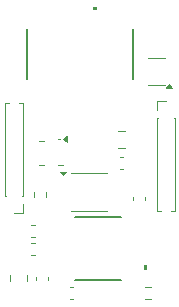
<source format=gbr>
%TF.GenerationSoftware,KiCad,Pcbnew,9.0.2*%
%TF.CreationDate,2025-07-02T09:28:49-04:00*%
%TF.ProjectId,strain-gauge,73747261-696e-42d6-9761-7567652e6b69,rev?*%
%TF.SameCoordinates,Original*%
%TF.FileFunction,Legend,Top*%
%TF.FilePolarity,Positive*%
%FSLAX46Y46*%
G04 Gerber Fmt 4.6, Leading zero omitted, Abs format (unit mm)*
G04 Created by KiCad (PCBNEW 9.0.2) date 2025-07-02 09:28:49*
%MOMM*%
%LPD*%
G01*
G04 APERTURE LIST*
%ADD10C,0.120000*%
%ADD11C,0.152400*%
%ADD12C,0.000000*%
G04 APERTURE END LIST*
D10*
%TO.C,U5*%
X92000000Y-129140000D02*
X90500000Y-129140000D01*
X92000000Y-129140000D02*
X93500000Y-129140000D01*
X92000000Y-132360000D02*
X90500000Y-132360000D01*
X92000000Y-132360000D02*
X93500000Y-132360000D01*
X89787500Y-129315000D02*
X89547500Y-128985000D01*
X90027500Y-128985000D01*
X89787500Y-129315000D01*
G36*
X89787500Y-129315000D02*
G01*
X89547500Y-128985000D01*
X90027500Y-128985000D01*
X89787500Y-129315000D01*
G37*
%TO.C,C7*%
X94609420Y-127740000D02*
X94890580Y-127740000D01*
X94609420Y-128760000D02*
X94890580Y-128760000D01*
D11*
%TO.C,U1*%
X90808976Y-138179700D02*
X94691024Y-138179700D01*
X94691024Y-132820300D02*
X90808976Y-132820300D01*
D12*
G36*
X96915600Y-137315501D02*
G01*
X96661600Y-137315501D01*
X96661600Y-136934501D01*
X96915600Y-136934501D01*
X96915600Y-137315501D01*
G37*
D10*
%TO.C,C2*%
X87490000Y-138165580D02*
X87490000Y-137884420D01*
X88510000Y-138165580D02*
X88510000Y-137884420D01*
%TO.C,C4*%
X87390580Y-133490000D02*
X87109420Y-133490000D01*
X87390580Y-134510000D02*
X87109420Y-134510000D01*
%TO.C,C6*%
X95740000Y-131109420D02*
X95740000Y-131390580D01*
X96760000Y-131109420D02*
X96760000Y-131390580D01*
%TO.C,J2*%
X97755000Y-123015000D02*
X98500000Y-123015000D01*
X97755000Y-123750000D02*
X97755000Y-123015000D01*
X97755000Y-124485000D02*
X97755000Y-132360000D01*
X97755000Y-124485000D02*
X97814435Y-124485000D01*
X97755000Y-132360000D02*
X98089970Y-132360000D01*
X98910030Y-132360000D02*
X99245000Y-132360000D01*
X99185565Y-124485000D02*
X99245000Y-124485000D01*
X99245000Y-124485000D02*
X99245000Y-132360000D01*
%TO.C,R2*%
X96762742Y-138727500D02*
X97237258Y-138727500D01*
X96762742Y-139772500D02*
X97237258Y-139772500D01*
%TO.C,U2*%
X87760435Y-126415565D02*
X88210435Y-126415565D01*
X87760435Y-128435565D02*
X88210435Y-128435565D01*
X89330435Y-126215565D02*
X89540435Y-126215565D01*
X89780435Y-128435565D02*
X89330435Y-128435565D01*
X90110435Y-126455565D02*
X89780435Y-126215565D01*
X90110435Y-125975565D01*
X90110435Y-126455565D01*
G36*
X90110435Y-126455565D02*
G01*
X89780435Y-126215565D01*
X90110435Y-125975565D01*
X90110435Y-126455565D01*
G37*
%TO.C,U4*%
X98400000Y-119340000D02*
X97000000Y-119340000D01*
X98410000Y-121660000D02*
X97000000Y-121660000D01*
X99020000Y-121940000D02*
X98540000Y-121940000D01*
X98780000Y-121610000D01*
X99020000Y-121940000D01*
G36*
X99020000Y-121940000D02*
G01*
X98540000Y-121940000D01*
X98780000Y-121610000D01*
X99020000Y-121940000D01*
G37*
%TO.C,C3*%
X87390580Y-135040000D02*
X87109420Y-135040000D01*
X87390580Y-136060000D02*
X87109420Y-136060000D01*
%TO.C,C5*%
X90640580Y-138740000D02*
X90359420Y-138740000D01*
X90640580Y-139760000D02*
X90359420Y-139760000D01*
D11*
%TO.C,U3*%
X86754200Y-116879100D02*
X86754200Y-121120900D01*
X95745800Y-121120900D02*
X95745800Y-116879100D01*
D12*
G36*
X92710500Y-115291600D02*
G01*
X92329500Y-115291600D01*
X92329500Y-115037600D01*
X92710500Y-115037600D01*
X92710500Y-115291600D01*
G37*
D10*
%TO.C,R1*%
X87340000Y-130687742D02*
X87340000Y-131162258D01*
X88385000Y-130687742D02*
X88385000Y-131162258D01*
%TO.C,J1*%
X84880000Y-131015000D02*
X84880000Y-123140000D01*
X84939435Y-131015000D02*
X84880000Y-131015000D01*
X85214970Y-123140000D02*
X84880000Y-123140000D01*
X86370000Y-123140000D02*
X86035030Y-123140000D01*
X86370000Y-131015000D02*
X86310565Y-131015000D01*
X86370000Y-131015000D02*
X86370000Y-123140000D01*
X86370000Y-131750000D02*
X86370000Y-132485000D01*
X86370000Y-132485000D02*
X85625000Y-132485000D01*
%TO.C,C8*%
X94488748Y-125515000D02*
X95011252Y-125515000D01*
X94488748Y-126985000D02*
X95011252Y-126985000D01*
%TO.C,C1*%
X85265000Y-138286252D02*
X85265000Y-137763748D01*
X86735000Y-138286252D02*
X86735000Y-137763748D01*
%TD*%
M02*

</source>
